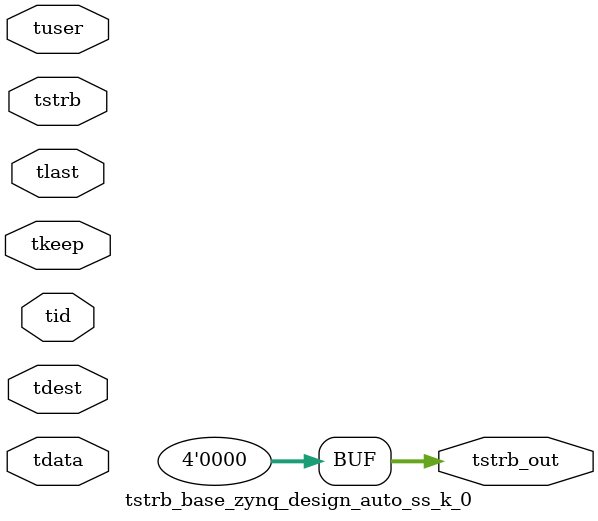
<source format=v>


`timescale 1ps/1ps

module tstrb_base_zynq_design_auto_ss_k_0 #
(
parameter C_S_AXIS_TDATA_WIDTH = 32,
parameter C_S_AXIS_TUSER_WIDTH = 0,
parameter C_S_AXIS_TID_WIDTH   = 0,
parameter C_S_AXIS_TDEST_WIDTH = 0,
parameter C_M_AXIS_TDATA_WIDTH = 32
)
(
input  [(C_S_AXIS_TDATA_WIDTH == 0 ? 1 : C_S_AXIS_TDATA_WIDTH)-1:0     ] tdata,
input  [(C_S_AXIS_TUSER_WIDTH == 0 ? 1 : C_S_AXIS_TUSER_WIDTH)-1:0     ] tuser,
input  [(C_S_AXIS_TID_WIDTH   == 0 ? 1 : C_S_AXIS_TID_WIDTH)-1:0       ] tid,
input  [(C_S_AXIS_TDEST_WIDTH == 0 ? 1 : C_S_AXIS_TDEST_WIDTH)-1:0     ] tdest,
input  [(C_S_AXIS_TDATA_WIDTH/8)-1:0 ] tkeep,
input  [(C_S_AXIS_TDATA_WIDTH/8)-1:0 ] tstrb,
input                                                                    tlast,
output [(C_M_AXIS_TDATA_WIDTH/8)-1:0 ] tstrb_out
);

assign tstrb_out = {1'b0};

endmodule


</source>
